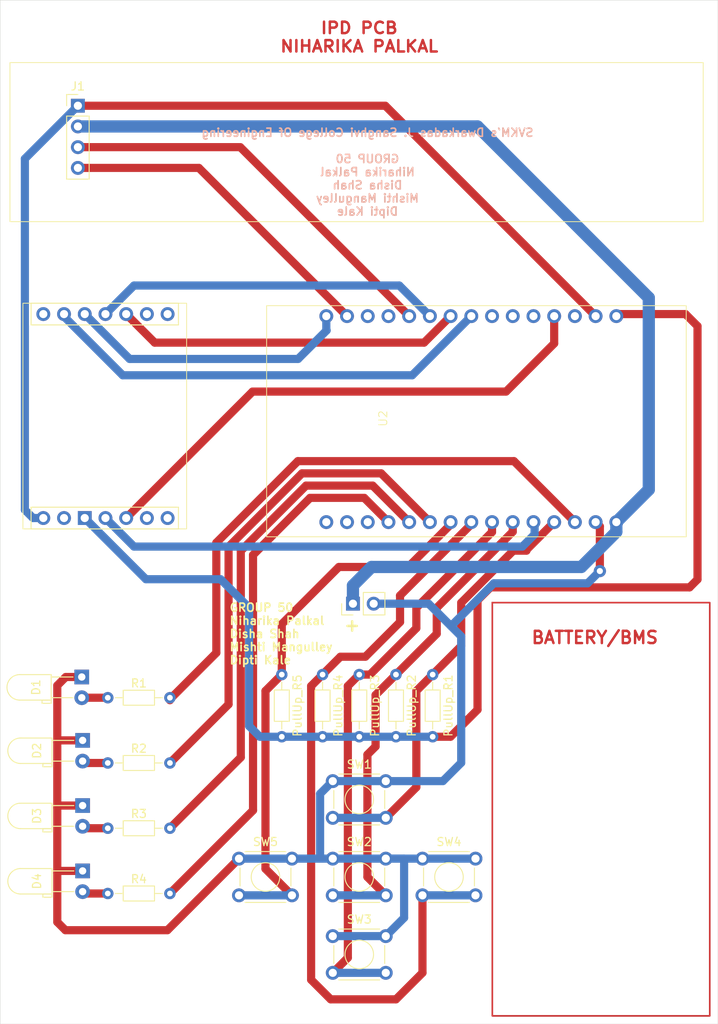
<source format=kicad_pcb>
(kicad_pcb (version 20241229) (generator "pcbnew") (generator_version "9.0")
  (title_block (title "IPD PCB") (date "2025-11-10"))
  (layers (0 "F.Cu" signal) (2 "B.Cu" signal) (13 "F.Paste" user) (15 "B.Paste" user) (5 "F.SilkS" user "F.Silkscreen") (7 "B.SilkS" user "B.Silkscreen") (1 "F.Mask" user) (3 "B.Mask" user) (25 "Edge.Cuts" user))
  (net 0 "")
  (net 3 "GND")
  (net 4 "SCL")
  (net 5 "SDA")
  (net 6 "5V")
  (net 8 "B1")
  (net 9 "B2")
  (net 12 "B3")
  (net 14 "B4")
  (net 15 "B5")
  (net 16 "MISO")
  (net 17 "NSS")
  (net 18 "RST")
  (net 19 "MOSI")
  (net 20 "3V3")
  (net 21 "DIO0")
  (net 22 "SCK")
  (net 23 "Net-(D1-A)")
  (net 27 "Net-(D2-A)")
  (net 32 "Net-(D3-A)")
  (net 33 "Net-(D4-A)")
  (net 36 "GND2")
  (net 37 "D34")
  (net 38 "D35")
  (net 39 "D32")
  (net 40 "D13")
  (footprint "LED_THT:LED_D3.0mm_Horizontal_O3.81mm_Z2.0mm" (layer "F.Cu") (at 106.105 134.22 -90)
    (property "Reference" "D3" (at 1.27 5.605 90) (layer "F.SilkS"))
    (property "Value" "LED")
    (fp_line (start 2.83 4.87) (end 2.83 3.75) (stroke (width 0.12)) (layer "F.SilkS"))
    (fp_line (start 3.23 4.87) (end 2.83 4.87) (stroke (width 0.12)) (layer "F.SilkS"))
    (fp_line (start -0.29 3.75) (end -0.29 7.61) (stroke (width 0.12)) (layer "F.SilkS"))
    (fp_line (start -0.29 3.75) (end 2.83 3.75) (stroke (width 0.12)) (layer "F.SilkS"))
    (fp_line (start 0 3.75) (end 0 1.08) (stroke (width 0.12)) (layer "F.SilkS"))
    (fp_line (start 2.54 3.75) (end 2.54 1.08) (stroke (width 0.12)) (layer "F.SilkS"))
    (fp_line (start 2.83 3.75) (end 2.83 7.61) (stroke (width 0.12)) (layer "F.SilkS"))
    (fp_line (start 2.83 3.75) (end 3.23 3.75) (stroke (width 0.12)) (layer "F.SilkS"))
    (fp_line (start 3.23 3.75) (end 3.23 4.87) (stroke (width 0.12)) (layer "F.SilkS"))
    (fp_line (start 0 1.08) (end 0 3.75) (stroke (width 0.12)) (layer "F.SilkS"))
    (fp_line (start 2.54 1.08) (end 2.54 3.75) (stroke (width 0.12)) (layer "F.SilkS"))
    (fp_arc (start 2.83 7.61) (mid 1.27 9.17) (end -0.29 7.61) (stroke (width 0.12)) (layer "F.SilkS"))
    (pad "1" thru_hole rect (at 0 0 270) (size 1.8 1.8) (drill 0.9) (layers "*.Cu" "*.Mask") (net 3 "GND"))
    (pad "2" thru_hole circle (at 2.54 0 270) (size 1.8 1.8) (drill 0.9) (layers "*.Cu" "*.Mask") (net 32 "Net-(D3-A)"))
  )
  (footprint "Button_Switch_THT:SW_TH_Tactile_Omron_B3F-100x" (layer "F.Cu") (at 136.7755 150.2245)
    (property "Reference" "SW3" (at 3.25 -2.05 0) (layer "F.SilkS"))
    (property "Value" "SW_SPST" (hide yes))
    (fp_line (start 0.13 3.35) (end 0.13 1.15) (stroke (width 0.12)) (layer "F.SilkS"))
    (fp_line (start 0.75 -0.87) (end 5.75 -0.87) (stroke (width 0.12)) (layer "F.SilkS"))
    (fp_line (start 0.75 5.37) (end 5.75 5.37) (stroke (width 0.12)) (layer "F.SilkS"))
    (fp_line (start 6.37 1.15) (end 6.37 3.35) (stroke (width 0.12)) (layer "F.SilkS"))
    (fp_circle (center 3.25 2.25) (end 5 2.25) (stroke (width 0.12)) (fill no) (layer "F.SilkS"))
    (pad "1" thru_hole circle (at 0 0) (size 1.7 1.7) (drill 1) (layers "*.Cu" "*.Mask") (net 3 "GND"))
    (pad "1" thru_hole circle (at 6.5 0) (size 1.7 1.7) (drill 1) (layers "*.Cu" "*.Mask") (net 3 "GND"))
    (pad "2" thru_hole circle (at 0 4.5) (size 1.7 1.7) (drill 1) (layers "*.Cu" "*.Mask") (net 12 "B3"))
    (pad "2" thru_hole circle (at 6.5 4.5) (size 1.7 1.7) (drill 1) (layers "*.Cu" "*.Mask") (net 12 "B3"))
  )
  (footprint "Resistor_THT:R_Axial_DIN0204_L3.6mm_D1.6mm_P7.62mm_Horizontal" (layer "F.Cu") (at 140.0255 118.1645 -90)
    (property "Reference" "PullUp_R3" (at 3.81 -1.92 90) (layer "F.SilkS"))
    (property "Value" "100K" (hide yes))
    (fp_line (start 0.94 0) (end 1.89 0) (stroke (width 0.12)) (layer "F.SilkS"))
    (fp_line (start 6.68 0) (end 5.73 0) (stroke (width 0.12)) (layer "F.SilkS"))
    (fp_rect (start 1.89 -0.92) (end 5.73 0.92) (stroke (width 0.12)) (fill no) (layer "F.SilkS"))
    (pad "1" thru_hole circle (at 0 0 270) (size 1.4 1.4) (drill 0.7) (layers "*.Cu" "*.Mask") (net 12 "B3"))
    (pad "2" thru_hole circle (at 7.62 0 270) (size 1.4 1.4) (drill 0.7) (layers "*.Cu" "*.Mask") (net 20 "3V3"))
  )
  (footprint "Resistor_THT:R_Axial_DIN0204_L3.6mm_D1.6mm_P7.62mm_Horizontal" (layer "F.Cu") (at 135.5255 118.1645 -90)
    (property "Reference" "PullUp_R4" (at 3.81 -1.92 90) (layer "F.SilkS"))
    (property "Value" "100K" (hide yes))
    (fp_line (start 0.94 0) (end 1.89 0) (stroke (width 0.12)) (layer "F.SilkS"))
    (fp_line (start 6.68 0) (end 5.73 0) (stroke (width 0.12)) (layer "F.SilkS"))
    (fp_rect (start 1.89 -0.92) (end 5.73 0.92) (stroke (width 0.12)) (fill no) (layer "F.SilkS"))
    (pad "1" thru_hole circle (at 0 0 270) (size 1.4 1.4) (drill 0.7) (layers "*.Cu" "*.Mask") (net 14 "B4"))
    (pad "2" thru_hole circle (at 7.62 0 270) (size 1.4 1.4) (drill 0.7) (layers "*.Cu" "*.Mask") (net 20 "3V3"))
  )
  (footprint "Resistor_THT:R_Axial_DIN0204_L3.6mm_D1.6mm_P7.62mm_Horizontal" (layer "F.Cu") (at 109.19 137)
    (property "Reference" "R3" (at 3.81 -1.77 0) (layer "F.SilkS"))
    (property "Value" "220")
    (fp_line (start 0.94 0) (end 1.89 0) (stroke (width 0.12)) (layer "F.SilkS"))
    (fp_line (start 6.68 0) (end 5.73 0) (stroke (width 0.12)) (layer "F.SilkS"))
    (fp_rect (start 1.89 -0.92) (end 5.73 0.92) (stroke (width 0.12)) (fill no) (layer "F.SilkS"))
    (pad "1" thru_hole circle (at 0 0) (size 1.4 1.4) (drill 0.7) (layers "*.Cu" "*.Mask") (net 32 "Net-(D3-A)"))
    (pad "2" thru_hole circle (at 7.62 0) (size 1.4 1.4) (drill 0.7) (layers "*.Cu" "*.Mask") (net 38 "D35"))
  )
  (footprint "Button_Switch_THT:SW_TH_Tactile_Omron_B3F-100x" (layer "F.Cu") (at 136.7755 140.7245)
    (property "Reference" "SW2" (at 3.25 -2.05 0) (layer "F.SilkS"))
    (property "Value" "SW_SPST" (hide yes))
    (fp_line (start 0.13 3.35) (end 0.13 1.15) (stroke (width 0.12)) (layer "F.SilkS"))
    (fp_line (start 0.75 -0.87) (end 5.75 -0.87) (stroke (width 0.12)) (layer "F.SilkS"))
    (fp_line (start 0.75 5.37) (end 5.75 5.37) (stroke (width 0.12)) (layer "F.SilkS"))
    (fp_line (start 6.37 1.15) (end 6.37 3.35) (stroke (width 0.12)) (layer "F.SilkS"))
    (fp_circle (center 3.25 2.25) (end 5 2.25) (stroke (width 0.12)) (fill no) (layer "F.SilkS"))
    (pad "1" thru_hole circle (at 0 0) (size 1.7 1.7) (drill 1) (layers "*.Cu" "*.Mask") (net 3 "GND"))
    (pad "1" thru_hole circle (at 6.5 0) (size 1.7 1.7) (drill 1) (layers "*.Cu" "*.Mask") (net 3 "GND"))
    (pad "2" thru_hole circle (at 0 4.5) (size 1.7 1.7) (drill 1) (layers "*.Cu" "*.Mask") (net 9 "B2"))
    (pad "2" thru_hole circle (at 6.5 4.5) (size 1.7 1.7) (drill 1) (layers "*.Cu" "*.Mask") (net 9 "B2"))
  )
  (footprint "esp32devkitv1:ESP32DEVIKITV1" (layer "F.Cu") (at 135.9855 99.4745)
    (property "Reference" "U2" (at 6.96 -12.7 90) (layer "F.SilkS") (effects (font (thickness 0.1))))
    (property "Value" "~")
    (fp_rect (start -7.32 -26.53) (end 44.13 1.8) (stroke (width 0.1)) (fill no) (layer "F.SilkS"))
    (pad "1" thru_hole circle (at 0 0) (size 1.7 1.7) (drill 1) (layers "*.Cu" "*.Mask"))
    (pad "2" thru_hole circle (at 2.54 0) (size 1.7 1.7) (drill 1) (layers "*.Cu" "*.Mask"))
    (pad "3" thru_hole circle (at 5.08 0) (size 1.7 1.7) (drill 1) (layers "*.Cu" "*.Mask"))
    (pad "4" thru_hole circle (at 7.62 0) (size 1.7 1.7) (drill 1) (layers "*.Cu" "*.Mask") (net 37 "D34"))
    (pad "5" thru_hole circle (at 10.16 0) (size 1.7 1.7) (drill 1) (layers "*.Cu" "*.Mask") (net 38 "D35"))
    (pad "6" thru_hole circle (at 12.7 0) (size 1.7 1.7) (drill 1) (layers "*.Cu" "*.Mask") (net 39 "D32"))
    (pad "7" thru_hole circle (at 15.24 0) (size 1.7 1.7) (drill 1) (layers "*.Cu" "*.Mask") (net 15 "B5"))
    (pad "8" thru_hole circle (at 17.78 0) (size 1.7 1.7) (drill 1) (layers "*.Cu" "*.Mask") (net 14 "B4"))
    (pad "9" thru_hole circle (at 20.32 0) (size 1.7 1.7) (drill 1) (layers "*.Cu" "*.Mask") (net 12 "B3"))
    (pad "10" thru_hole circle (at 22.86 0) (size 1.7 1.7) (drill 1) (layers "*.Cu" "*.Mask") (net 9 "B2"))
    (pad "11" thru_hole circle (at 25.4 0) (size 1.7 1.7) (drill 1) (layers "*.Cu" "*.Mask") (net 18 "RST"))
    (pad "12" thru_hole circle (at 27.94 0) (size 1.7 1.7) (drill 1) (layers "*.Cu" "*.Mask") (net 8 "B1"))
    (pad "13" thru_hole circle (at 30.48 0) (size 1.7 1.7) (drill 1) (layers "*.Cu" "*.Mask") (net 40 "D13"))
    (pad "14" thru_hole circle (at 33.02 0) (size 1.7 1.7) (drill 1) (layers "*.Cu" "*.Mask") (net 3 "GND"))
    (pad "15" thru_hole circle (at 35.56 0) (size 1.7 1.7) (drill 1) (layers "*.Cu" "*.Mask") (net 6 "5V"))
    (pad "16" thru_hole circle (at 35.56 -25.25) (size 1.7 1.7) (drill 1) (layers "*.Cu" "*.Mask") (net 20 "3V3"))
    (pad "17" thru_hole circle (at 33.02 -25.25) (size 1.7 1.7) (drill 1) (layers "*.Cu" "*.Mask") (net 36 "GND2"))
    (pad "18" thru_hole circle (at 30.48 -25.25) (size 1.7 1.7) (drill 1) (layers "*.Cu" "*.Mask"))
    (pad "19" thru_hole circle (at 27.94 -25.25) (size 1.7 1.7) (drill 1) (layers "*.Cu" "*.Mask") (net 21 "DIO0"))
    (pad "20" thru_hole circle (at 25.4 -25.25) (size 1.7 1.7) (drill 1) (layers "*.Cu" "*.Mask"))
    (pad "21" thru_hole circle (at 22.86 -25.25) (size 1.7 1.7) (drill 1) (layers "*.Cu" "*.Mask"))
    (pad "22" thru_hole circle (at 20.32 -25.25) (size 1.7 1.7) (drill 1) (layers "*.Cu" "*.Mask"))
    (pad "23" thru_hole circle (at 17.78 -25.25) (size 1.7 1.7) (drill 1) (layers "*.Cu" "*.Mask") (net 17 "NSS"))
    (pad "24" thru_hole circle (at 15.24 -25.25) (size 1.7 1.7) (drill 1) (layers "*.Cu" "*.Mask") (net 22 "SCK"))
    (pad "25" thru_hole circle (at 12.7 -25.25) (size 1.7 1.7) (drill 1) (layers "*.Cu" "*.Mask") (net 16 "MISO"))
    (pad "26" thru_hole circle (at 10.16 -25.25) (size 1.7 1.7) (drill 1) (layers "*.Cu" "*.Mask") (net 5 "SDA"))
    (pad "27" thru_hole circle (at 7.62 -25.25) (size 1.7 1.7) (drill 1) (layers "*.Cu" "*.Mask"))
    (pad "28" thru_hole circle (at 5.08 -25.25) (size 1.7 1.7) (drill 1) (layers "*.Cu" "*.Mask"))
    (pad "29" thru_hole circle (at 2.54 -25.25) (size 1.7 1.7) (drill 1) (layers "*.Cu" "*.Mask") (net 4 "SCL"))
    (pad "30" thru_hole circle (at 0 -25.25) (size 1.7 1.7) (drill 1) (layers "*.Cu" "*.Mask") (net 19 "MOSI"))
  )
  (footprint "Resistor_THT:R_Axial_DIN0204_L3.6mm_D1.6mm_P7.62mm_Horizontal" (layer "F.Cu") (at 109.19 121)
    (property "Reference" "R1" (at 3.81 -1.77 0) (layer "F.SilkS"))
    (property "Value" "220")
    (fp_line (start 0.94 0) (end 1.89 0) (stroke (width 0.12)) (layer "F.SilkS"))
    (fp_line (start 6.68 0) (end 5.73 0) (stroke (width 0.12)) (layer "F.SilkS"))
    (fp_rect (start 1.89 -0.92) (end 5.73 0.92) (stroke (width 0.12)) (fill no) (layer "F.SilkS"))
    (pad "1" thru_hole circle (at 0 0) (size 1.4 1.4) (drill 0.7) (layers "*.Cu" "*.Mask") (net 23 "Net-(D1-A)"))
    (pad "2" thru_hole circle (at 7.62 0) (size 1.4 1.4) (drill 0.7) (layers "*.Cu" "*.Mask") (net 40 "D13"))
  )
  (footprint "LED_THT:LED_D3.0mm_Horizontal_O3.81mm_Z2.0mm" (layer "F.Cu") (at 106.105 142.23 -90)
    (property "Reference" "D4" (at 1.27 5.605 90) (layer "F.SilkS"))
    (property "Value" "LED")
    (fp_line (start 2.83 4.87) (end 2.83 3.75) (stroke (width 0.12)) (layer "F.SilkS"))
    (fp_line (start 3.23 4.87) (end 2.83 4.87) (stroke (width 0.12)) (layer "F.SilkS"))
    (fp_line (start -0.29 3.75) (end -0.29 7.61) (stroke (width 0.12)) (layer "F.SilkS"))
    (fp_line (start -0.29 3.75) (end 2.83 3.75) (stroke (width 0.12)) (layer "F.SilkS"))
    (fp_line (start 0 3.75) (end 0 1.08) (stroke (width 0.12)) (layer "F.SilkS"))
    (fp_line (start 2.54 3.75) (end 2.54 1.08) (stroke (width 0.12)) (layer "F.SilkS"))
    (fp_line (start 2.83 3.75) (end 2.83 7.61) (stroke (width 0.12)) (layer "F.SilkS"))
    (fp_line (start 2.83 3.75) (end 3.23 3.75) (stroke (width 0.12)) (layer "F.SilkS"))
    (fp_line (start 3.23 3.75) (end 3.23 4.87) (stroke (width 0.12)) (layer "F.SilkS"))
    (fp_line (start 0 1.08) (end 0 3.75) (stroke (width 0.12)) (layer "F.SilkS"))
    (fp_line (start 2.54 1.08) (end 2.54 3.75) (stroke (width 0.12)) (layer "F.SilkS"))
    (fp_arc (start 2.83 7.61) (mid 1.27 9.17) (end -0.29 7.61) (stroke (width 0.12)) (layer "F.SilkS"))
    (pad "1" thru_hole rect (at 0 0 270) (size 1.8 1.8) (drill 0.9) (layers "*.Cu" "*.Mask") (net 3 "GND"))
    (pad "2" thru_hole circle (at 2.54 0 270) (size 1.8 1.8) (drill 0.9) (layers "*.Cu" "*.Mask") (net 33 "Net-(D4-A)"))
  )
  (footprint "LED_THT:LED_D3.0mm_Horizontal_O3.81mm_Z2.0mm" (layer "F.Cu") (at 106.105 126.23 -90)
    (property "Reference" "D2" (at 1.27 5.605 90) (layer "F.SilkS"))
    (property "Value" "LED")
    (fp_line (start 2.83 4.87) (end 2.83 3.75) (stroke (width 0.12)) (layer "F.SilkS"))
    (fp_line (start 3.23 4.87) (end 2.83 4.87) (stroke (width 0.12)) (layer "F.SilkS"))
    (fp_line (start -0.29 3.75) (end -0.29 7.61) (stroke (width 0.12)) (layer "F.SilkS"))
    (fp_line (start -0.29 3.75) (end 2.83 3.75) (stroke (width 0.12)) (layer "F.SilkS"))
    (fp_line (start 0 3.75) (end 0 1.08) (stroke (width 0.12)) (layer "F.SilkS"))
    (fp_line (start 2.54 3.75) (end 2.54 1.08) (stroke (width 0.12)) (layer "F.SilkS"))
    (fp_line (start 2.83 3.75) (end 2.83 7.61) (stroke (width 0.12)) (layer "F.SilkS"))
    (fp_line (start 2.83 3.75) (end 3.23 3.75) (stroke (width 0.12)) (layer "F.SilkS"))
    (fp_line (start 3.23 3.75) (end 3.23 4.87) (stroke (width 0.12)) (layer "F.SilkS"))
    (fp_line (start 0 1.08) (end 0 3.75) (stroke (width 0.12)) (layer "F.SilkS"))
    (fp_line (start 2.54 1.08) (end 2.54 3.75) (stroke (width 0.12)) (layer "F.SilkS"))
    (fp_arc (start 2.83 7.61) (mid 1.27 9.17) (end -0.29 7.61) (stroke (width 0.12)) (layer "F.SilkS"))
    (pad "1" thru_hole rect (at 0 0 270) (size 1.8 1.8) (drill 0.9) (layers "*.Cu" "*.Mask") (net 3 "GND"))
    (pad "2" thru_hole circle (at 2.54 0 270) (size 1.8 1.8) (drill 0.9) (layers "*.Cu" "*.Mask") (net 27 "Net-(D2-A)"))
  )
  (footprint "Resistor_THT:R_Axial_DIN0204_L3.6mm_D1.6mm_P7.62mm_Horizontal" (layer "F.Cu") (at 144.5255 118.1645 -90)
    (property "Reference" "PullUp_R2" (at 3.81 -1.92 90) (layer "F.SilkS"))
    (property "Value" "100K" (hide yes))
    (fp_line (start 0.94 0) (end 1.89 0) (stroke (width 0.12)) (layer "F.SilkS"))
    (fp_line (start 6.68 0) (end 5.73 0) (stroke (width 0.12)) (layer "F.SilkS"))
    (fp_rect (start 1.89 -0.92) (end 5.73 0.92) (stroke (width 0.12)) (fill no) (layer "F.SilkS"))
    (pad "1" thru_hole circle (at 0 0 270) (size 1.4 1.4) (drill 0.7) (layers "*.Cu" "*.Mask") (net 9 "B2"))
    (pad "2" thru_hole circle (at 7.62 0 270) (size 1.4 1.4) (drill 0.7) (layers "*.Cu" "*.Mask") (net 20 "3V3"))
  )
  (footprint "Resistor_THT:R_Axial_DIN0204_L3.6mm_D1.6mm_P7.62mm_Horizontal" (layer "F.Cu") (at 109.19 129)
    (property "Reference" "R2" (at 3.81 -1.77 0) (layer "F.SilkS"))
    (property "Value" "220")
    (fp_line (start 0.94 0) (end 1.89 0) (stroke (width 0.12)) (layer "F.SilkS"))
    (fp_line (start 6.68 0) (end 5.73 0) (stroke (width 0.12)) (layer "F.SilkS"))
    (fp_rect (start 1.89 -0.92) (end 5.73 0.92) (stroke (width 0.12)) (fill no) (layer "F.SilkS"))
    (pad "1" thru_hole circle (at 0 0) (size 1.4 1.4) (drill 0.7) (layers "*.Cu" "*.Mask") (net 27 "Net-(D2-A)"))
    (pad "2" thru_hole circle (at 7.62 0) (size 1.4 1.4) (drill 0.7) (layers "*.Cu" "*.Mask") (net 39 "D32"))
  )
  (footprint "Connector_PinHeader_2.54mm:PinHeader_1x04_P2.54mm_Vertical" (layer "F.Cu") (at 105.5255 48.4345)
    (property "Reference" "J1" (at 0 -2.38 0) (layer "F.SilkS"))
    (property "Value" "I2C MODULE")
    (fp_line (start -1.38 -1.38) (end 0 -1.38) (stroke (width 0.12)) (layer "F.SilkS"))
    (fp_line (start -1.38 0) (end -1.38 -1.38) (stroke (width 0.12)) (layer "F.SilkS"))
    (fp_line (start -1.38 1.27) (end -1.38 9) (stroke (width 0.12)) (layer "F.SilkS"))
    (fp_line (start -1.38 1.27) (end 1.38 1.27) (stroke (width 0.12)) (layer "F.SilkS"))
    (fp_line (start -1.38 9) (end 1.38 9) (stroke (width 0.12)) (layer "F.SilkS"))
    (fp_line (start 1.38 1.27) (end 1.38 9) (stroke (width 0.12)) (layer "F.SilkS"))
    (pad "1" thru_hole rect (at 0 0) (size 1.7 1.7) (drill 1) (layers "*.Cu" "*.Mask") (net 36 "GND2"))
    (pad "2" thru_hole circle (at 0 2.54) (size 1.7 1.7) (drill 1) (layers "*.Cu" "*.Mask") (net 6 "5V"))
    (pad "3" thru_hole circle (at 0 5.08) (size 1.7 1.7) (drill 1) (layers "*.Cu" "*.Mask") (net 5 "SDA"))
    (pad "4" thru_hole circle (at 0 7.62) (size 1.7 1.7) (drill 1) (layers "*.Cu" "*.Mask") (net 4 "SCL"))
  )
  (footprint "Resistor_THT:R_Axial_DIN0204_L3.6mm_D1.6mm_P7.62mm_Horizontal" (layer "F.Cu") (at 109.19 145)
    (property "Reference" "R4" (at 3.81 -1.77 0) (layer "F.SilkS"))
    (property "Value" "220")
    (fp_line (start 0.94 0) (end 1.89 0) (stroke (width 0.12)) (layer "F.SilkS"))
    (fp_line (start 6.68 0) (end 5.73 0) (stroke (width 0.12)) (layer "F.SilkS"))
    (fp_rect (start 1.89 -0.92) (end 5.73 0.92) (stroke (width 0.12)) (fill no) (layer "F.SilkS"))
    (pad "1" thru_hole circle (at 0 0) (size 1.4 1.4) (drill 0.7) (layers "*.Cu" "*.Mask") (net 33 "Net-(D4-A)"))
    (pad "2" thru_hole circle (at 7.62 0) (size 1.4 1.4) (drill 0.7) (layers "*.Cu" "*.Mask") (net 37 "D34"))
  )
  (footprint "Resistor_THT:R_Axial_DIN0204_L3.6mm_D1.6mm_P7.62mm_Horizontal" (layer "F.Cu") (at 149.0255 118.1645 -90)
    (property "Reference" "PullUp_R1" (at 3.81 -1.92 90) (layer "F.SilkS"))
    (property "Value" "100K" (hide yes))
    (fp_line (start 0.94 0) (end 1.89 0) (stroke (width 0.12)) (layer "F.SilkS"))
    (fp_line (start 6.68 0) (end 5.73 0) (stroke (width 0.12)) (layer "F.SilkS"))
    (fp_rect (start 1.89 -0.92) (end 5.73 0.92) (stroke (width 0.12)) (fill no) (layer "F.SilkS"))
    (pad "1" thru_hole circle (at 0 0 270) (size 1.4 1.4) (drill 0.7) (layers "*.Cu" "*.Mask") (net 8 "B1"))
    (pad "2" thru_hole circle (at 7.62 0 270) (size 1.4 1.4) (drill 0.7) (layers "*.Cu" "*.Mask") (net 20 "3V3"))
  )
  (footprint "Button_Switch_THT:SW_TH_Tactile_Omron_B3F-100x" (layer "F.Cu") (at 125.2755 140.7245)
    (property "Reference" "SW5" (at 3.25 -2.05 0) (layer "F.SilkS"))
    (property "Value" "SW_SPST" (hide yes))
    (fp_line (start 0.13 3.35) (end 0.13 1.15) (stroke (width 0.12)) (layer "F.SilkS"))
    (fp_line (start 0.75 -0.87) (end 5.75 -0.87) (stroke (width 0.12)) (layer "F.SilkS"))
    (fp_line (start 0.75 5.37) (end 5.75 5.37) (stroke (width 0.12)) (layer "F.SilkS"))
    (fp_line (start 6.37 1.15) (end 6.37 3.35) (stroke (width 0.12)) (layer "F.SilkS"))
    (fp_circle (center 3.25 2.25) (end 5 2.25) (stroke (width 0.12)) (fill no) (layer "F.SilkS"))
    (pad "1" thru_hole circle (at 0 0) (size 1.7 1.7) (drill 1) (layers "*.Cu" "*.Mask") (net 3 "GND"))
    (pad "1" thru_hole circle (at 6.5 0) (size 1.7 1.7) (drill 1) (layers "*.Cu" "*.Mask") (net 3 "GND"))
    (pad "2" thru_hole circle (at 0 4.5) (size 1.7 1.7) (drill 1) (layers "*.Cu" "*.Mask") (net 15 "B5"))
    (pad "2" thru_hole circle (at 6.5 4.5) (size 1.7 1.7) (drill 1) (layers "*.Cu" "*.Mask") (net 15 "B5"))
  )
  (footprint "Resistor_THT:R_Axial_DIN0204_L3.6mm_D1.6mm_P7.62mm_Horizontal" (layer "F.Cu") (at 130.5255 118.1645 -90)
    (property "Reference" "PullUp_R5" (at 3.81 -1.92 90) (layer "F.SilkS"))
    (property "Value" "100K" (hide yes))
    (fp_line (start 0.94 0) (end 1.89 0) (stroke (width 0.12)) (layer "F.SilkS"))
    (fp_line (start 6.68 0) (end 5.73 0) (stroke (width 0.12)) (layer "F.SilkS"))
    (fp_rect (start 1.89 -0.92) (end 5.73 0.92) (stroke (width 0.12)) (fill no) (layer "F.SilkS"))
    (pad "1" thru_hole circle (at 0 0 270) (size 1.4 1.4) (drill 0.7) (layers "*.Cu" "*.Mask") (net 15 "B5"))
    (pad "2" thru_hole circle (at 7.62 0 270) (size 1.4 1.4) (drill 0.7) (layers "*.Cu" "*.Mask") (net 20 "3V3"))
  )
  (footprint "Button_Switch_THT:SW_TH_Tactile_Omron_B3F-100x" (layer "F.Cu") (at 136.7755 131.2245)
    (property "Reference" "SW1" (at 3.25 -2.05 0) (layer "F.SilkS"))
    (property "Value" "SW_SPST" (hide yes))
    (fp_line (start 0.13 3.35) (end 0.13 1.15) (stroke (width 0.12)) (layer "F.SilkS"))
    (fp_line (start 0.75 -0.87) (end 5.75 -0.87) (stroke (width 0.12)) (layer "F.SilkS"))
    (fp_line (start 0.75 5.37) (end 5.75 5.37) (stroke (width 0.12)) (layer "F.SilkS"))
    (fp_line (start 6.37 1.15) (end 6.37 3.35) (stroke (width 0.12)) (layer "F.SilkS"))
    (fp_circle (center 3.25 2.25) (end 5 2.25) (stroke (width 0.12)) (fill no) (layer "F.SilkS"))
    (pad "1" thru_hole circle (at 0 0) (size 1.7 1.7) (drill 1) (layers "*.Cu" "*.Mask") (net 3 "GND"))
    (pad "1" thru_hole circle (at 6.5 0) (size 1.7 1.7) (drill 1) (layers "*.Cu" "*.Mask") (net 3 "GND"))
    (pad "2" thru_hole circle (at 0 4.5) (size 1.7 1.7) (drill 1) (layers "*.Cu" "*.Mask") (net 8 "B1"))
    (pad "2" thru_hole circle (at 6.5 4.5) (size 1.7 1.7) (drill 1) (layers "*.Cu" "*.Mask") (net 8 "B1"))
  )
  (footprint "LoRa_SX1278_:LoRa_SX1278" (layer "F.Cu") (at 109.3555 86.4745 90)
    (property "Reference" "U1" (hide yes))
    (property "Value" "LoRa SX1278")
    (fp_line (start 13.83 -9.57) (end 13.83 8.5) (stroke (width 0.12)) (layer "F.SilkS"))
    (fp_line (start 11.17 -9.57) (end 13.83 -9.57) (stroke (width 0.12)) (layer "F.SilkS"))
    (fp_line (start 11.17 -9.57) (end 11.17 8.5) (stroke (width 0.12)) (layer "F.SilkS"))
    (fp_line (start -11.17 -9.57) (end -11.17 8.5) (stroke (width 0.12)) (layer "F.SilkS"))
    (fp_line (start -13.83 -9.57) (end -11.17 -9.57) (stroke (width 0.12)) (layer "F.SilkS"))
    (fp_line (start -13.83 -9.57) (end -13.83 8.5) (stroke (width 0.12)) (layer "F.SilkS"))
    (fp_line (start 11.17 8.5) (end 13.83 8.5) (stroke (width 0.12)) (layer "F.SilkS"))
    (fp_line (start -13.83 8.5) (end -11.17 8.5) (stroke (width 0.12)) (layer "F.SilkS"))
    (fp_rect (start -13.83 -10.57) (end 13.83 9.5) (stroke (width 0.1)) (fill no) (layer "F.SilkS"))
    (pad "1" thru_hole circle (at -12.5 -8.07 90) (size 1.7 1.7) (drill 1) (layers "*.Cu" "*.Mask") (net 36 "GND2"))
    (pad "2" thru_hole circle (at -12.5 -5.53 90) (size 1.7 1.7) (drill 1) (layers "*.Cu" "*.Mask"))
    (pad "3" thru_hole rect (at -12.5 -2.99 90) (size 1.7 1.7) (drill 1) (layers "*.Cu" "*.Mask") (net 20 "3V3"))
    (pad "4" thru_hole circle (at -12.5 -0.45 90) (size 1.7 1.7) (drill 1) (layers "*.Cu" "*.Mask") (net 18 "RST"))
    (pad "5" thru_hole circle (at -12.5 2.09 90) (size 1.7 1.7) (drill 1) (layers "*.Cu" "*.Mask") (net 21 "DIO0"))
    (pad "6" thru_hole circle (at -12.5 4.63 90) (size 1.7 1.7) (drill 1) (layers "*.Cu" "*.Mask"))
    (pad "7" thru_hole circle (at -12.5 7.17 90) (size 1.7 1.7) (drill 1) (layers "*.Cu" "*.Mask"))
    (pad "8" thru_hole circle (at 12.5 -8.07 90) (size 1.7 1.7) (drill 1) (layers "*.Cu" "*.Mask"))
    (pad "9" thru_hole circle (at 12.5 -5.53 90) (size 1.7 1.7) (drill 1) (layers "*.Cu" "*.Mask") (net 17 "NSS"))
    (pad "10" thru_hole circle (at 12.5 -2.99 90) (size 1.7 1.7) (drill 1) (layers "*.Cu" "*.Mask") (net 19 "MOSI"))
    (pad "11" thru_hole circle (at 12.5 -0.45 90) (size 1.7 1.7) (drill 1) (layers "*.Cu" "*.Mask") (net 16 "MISO"))
    (pad "12" thru_hole circle (at 12.5 2.09 90) (size 1.7 1.7) (drill 1) (layers "*.Cu" "*.Mask" "Dwgs.User") (net 22 "SCK"))
    (pad "13" thru_hole circle (at 12.5 4.63 90) (size 1.7 1.7) (drill 1) (layers "*.Cu" "*.Mask"))
    (pad "14" thru_hole circle (at 12.5 7.17 90) (size 1.7 1.7) (drill 1) (layers "*.Cu" "*.Mask"))
  )
  (footprint "LED_THT:LED_D3.0mm_Horizontal_O3.81mm_Z2.0mm" (layer "F.Cu") (at 106 118.46 -90)
    (property "Reference" "D1" (at 1.27 5.605 90) (layer "F.SilkS"))
    (property "Value" "LED")
    (fp_line (start 2.83 4.87) (end 2.83 3.75) (stroke (width 0.12)) (layer "F.SilkS"))
    (fp_line (start 3.23 4.87) (end 2.83 4.87) (stroke (width 0.12)) (layer "F.SilkS"))
    (fp_line (start -0.29 3.75) (end -0.29 7.61) (stroke (width 0.12)) (layer "F.SilkS"))
    (fp_line (start -0.29 3.75) (end 2.83 3.75) (stroke (width 0.12)) (layer "F.SilkS"))
    (fp_line (start 0 3.75) (end 0 1.08) (stroke (width 0.12)) (layer "F.SilkS"))
    (fp_line (start 2.54 3.75) (end 2.54 1.08) (stroke (width 0.12)) (layer "F.SilkS"))
    (fp_line (start 2.83 3.75) (end 2.83 7.61) (stroke (width 0.12)) (layer "F.SilkS"))
    (fp_line (start 2.83 3.75) (end 3.23 3.75) (stroke (width 0.12)) (layer "F.SilkS"))
    (fp_line (start 3.23 3.75) (end 3.23 4.87) (stroke (width 0.12)) (layer "F.SilkS"))
    (fp_line (start 0 1.08) (end 0 3.75) (stroke (width 0.12)) (layer "F.SilkS"))
    (fp_line (start 2.54 1.08) (end 2.54 3.75) (stroke (width 0.12)) (layer "F.SilkS"))
    (fp_arc (start 2.83 7.61) (mid 1.27 9.17) (end -0.29 7.61) (stroke (width 0.12)) (layer "F.SilkS"))
    (pad "1" thru_hole rect (at 0 0 270) (size 1.8 1.8) (drill 0.9) (layers "*.Cu" "*.Mask") (net 3 "GND"))
    (pad "2" thru_hole circle (at 2.54 0 270) (size 1.8 1.8) (drill 0.9) (layers "*.Cu" "*.Mask") (net 23 "Net-(D1-A)"))
  )
  (footprint "Connector_PinHeader_2.54mm:PinHeader_1x02_P2.54mm_Vertical" (layer "F.Cu") (at 139.2505 109.4745 90)
    (property "Reference" "BT1" (hide yes))
    (property "Value" "Battery" (hide yes))
    (fp_line (start -1.38 -1.38) (end 0 -1.38) (stroke (width 0.12)) (layer "F.SilkS"))
    (fp_line (start -1.38 0) (end -1.38 -1.38) (stroke (width 0.12)) (layer "F.SilkS"))
    (fp_line (start 1.38 1.27) (end 1.38 3.92) (stroke (width 0.12)) (layer "F.SilkS"))
    (fp_line (start -1.38 1.27) (end 1.38 1.27) (stroke (width 0.12)) (layer "F.SilkS"))
    (fp_line (start -1.38 1.27) (end -1.38 3.92) (stroke (width 0.12)) (layer "F.SilkS"))
    (fp_line (start -1.38 3.92) (end 1.38 3.92) (stroke (width 0.12)) (layer "F.SilkS"))
    (pad "1" thru_hole rect (at 0 0 90) (size 1.7 1.7) (drill 1) (layers "*.Cu" "*.Mask") (net 6 "5V"))
    (pad "2" thru_hole circle (at 0 2.54 90) (size 1.7 1.7) (drill 1) (layers "*.Cu" "*.Mask") (net 3 "GND"))
  )
  (footprint "Button_Switch_THT:SW_TH_Tactile_Omron_B3F-100x" (layer "F.Cu") (at 147.7755 140.7245)
    (property "Reference" "SW4" (at 3.25 -2.05 0) (layer "F.SilkS"))
    (property "Value" "SW_SPST" (hide yes))
    (fp_line (start 0.13 3.35) (end 0.13 1.15) (stroke (width 0.12)) (layer "F.SilkS"))
    (fp_line (start 0.75 -0.87) (end 5.75 -0.87) (stroke (width 0.12)) (layer "F.SilkS"))
    (fp_line (start 0.75 5.37) (end 5.75 5.37) (stroke (width 0.12)) (layer "F.SilkS"))
    (fp_line (start 6.37 1.15) (end 6.37 3.35) (stroke (width 0.12)) (layer "F.SilkS"))
    (fp_circle (center 3.25 2.25) (end 5 2.25) (stroke (width 0.12)) (fill no) (layer "F.SilkS"))
    (pad "1" thru_hole circle (at 0 0) (size 1.7 1.7) (drill 1) (layers "*.Cu" "*.Mask") (net 3 "GND"))
    (pad "1" thru_hole circle (at 6.5 0) (size 1.7 1.7) (drill 1) (layers "*.Cu" "*.Mask") (net 3 "GND"))
    (pad "2" thru_hole circle (at 0 4.5) (size 1.7 1.7) (drill 1) (layers "*.Cu" "*.Mask") (net 14 "B4"))
    (pad "2" thru_hole circle (at 6.5 4.5) (size 1.7 1.7) (drill 1) (layers "*.Cu" "*.Mask") (net 14 "B4"))
  )
  (gr_rect (start 156.341892 109.341892) (end 183 160) (stroke (width 0.2)) (fill no) (layer "F.Cu"))
  (gr_rect (start 97.1955 43.1445) (end 182.1955 62.6445) (stroke (width 0.1)) (fill no) (layer "F.SilkS"))
  (gr_rect (start 96 35.5) (end 184 161) (stroke (width 0.05)) (fill no) (layer "Edge.Cuts"))
  (gr_text "BATTERY/BMS" (at 161 114.5 0) (layer "F.Cu") (effects (font (size 1.5 1.5) (thickness 0.3) (bold yes)) (justify left bottom)))
  (gr_text "IPD PCB\nNIHARIKA PALKAL\n" (at 140.0255 41.9745 0) (layer "F.Cu") (effects (font (size 1.4 1.5) (thickness 0.3) (bold yes)) (justify bottom)))
  (gr_text "GROUP 50\nNiharika Palkal\nDisha Shah\nMishti Mangulley\nDipti Kale" (at 124.0255 116.9745 0) (layer "F.SilkS") (effects (font (size 1 1) (thickness 0.2) (bold yes)) (justify left bottom)))
  (gr_text "+" (at 138.0255 112.9745 0) (layer "F.SilkS") (effects (font (size 1.5 1.5) (thickness 0.3) (bold yes)) (justify left bottom)))
  (gr_text "SVKM's Dwarkadas J. Sanghvi College Of Engineering\n\nGROUP 50\nNiharika Palkal\nDisha Shah\nMishti Mangulley\nDipti Kale" (at 141.0255 61.9745 0) (layer "B.SilkS") (effects (font (size 1 1) (thickness 0.2) (bold yes)) (justify bottom mirror)))
  (segment (start 103 134.5) (end 103 126.5) (width 1) (layer "F.Cu") (net 3))
  (segment (start 169.0055 99.4745) (end 169.5255 99.9945) (width 1) (layer "F.Cu") (net 3))
  (segment (start 103 119.5) (end 104.04 118.46) (width 1) (layer "F.Cu") (net 3))
  (segment (start 103 142.5) (end 103 134.5) (width 1) (layer "F.Cu") (net 3))
  (segment (start 106.105 126.23) (end 103.27 126.23) (width 1) (layer "F.Cu") (net 3))
  (segment (start 104 149.5) (end 103 148.5) (width 1) (layer "F.Cu") (net 3))
  (segment (start 125.2755 140.7245) (end 116.5 149.5) (width 1) (layer "F.Cu") (net 3))
  (segment (start 103 126.5) (end 103 119.5) (width 1) (layer "F.Cu") (net 3))
  (segment (start 116.5 149.5) (end 104 149.5) (width 1) (layer "F.Cu") (net 3))
  (segment (start 103.27 142.23) (end 103 142.5) (width 1) (layer "F.Cu") (net 3))
  (segment (start 169.5255 99.9945) (end 169.5255 105.4745) (width 1) (layer "F.Cu") (net 3))
  (segment (start 169.0055 99.4745) (end 169.0255 99.4745) (width 1) (layer "F.Cu") (net 3))
  (segment (start 106.105 134.22) (end 103.28 134.22) (width 1) (layer "F.Cu") (net 3))
  (segment (start 106.105 142.23) (end 103.27 142.23) (width 1) (layer "F.Cu") (net 3))
  (segment (start 103.28 134.22) (end 103 134.5) (width 1) (layer "F.Cu") (net 3))
  (segment (start 104.04 118.46) (end 106 118.46) (width 1) (layer "F.Cu") (net 3))
  (segment (start 103.27 126.23) (end 103 126.5) (width 1) (layer "F.Cu") (net 3))
  (segment (start 103 148.5) (end 103 142.5) (width 1) (layer "F.Cu") (net 3))
  (via (at 169.5255 105.4745) (size 1.5) (drill 0.75) (layers "F.Cu" "B.Cu") (net 3))
  (segment (start 135.2245 132.7755) (end 135.2245 140.4235) (width 1) (layer "B.Cu") (net 3))
  (segment (start 168.0255 106.9745) (end 169.5255 105.4745) (width 1) (layer "B.Cu") (net 3))
  (segment (start 145.5255 147.9745) (end 145.5255 140.7245) (width 1) (layer "B.Cu") (net 3))
  (segment (start 125.2755 140.7245) (end 135.5255 140.7245) (width 1) (layer "B.Cu") (net 3))
  (segment (start 136.7755 131.2245) (end 143.2755 131.2245) (width 1) (layer "B.Cu") (net 3))
  (segment (start 141.7905 109.4745) (end 148.5255 109.4745) (width 1) (layer "B.Cu") (net 3))
  (segment (start 135.2245 140.4235) (end 135.5255 140.7245) (width 1) (layer "B.Cu") (net 3))
  (segment (start 156.5255 106.9745) (end 168.0255 106.9745) (width 1) (layer "B.Cu") (net 3))
  (segment (start 143.2755 150.2245) (end 145.5255 147.9745) (width 1) (layer "B.Cu") (net 3))
  (segment (start 151.2755 112.2245) (end 156.5255 106.9745) (width 1) (layer "B.Cu") (net 3))
  (segment (start 136.7755 131.2245) (end 135.2245 132.7755) (width 1) (layer "B.Cu") (net 3))
  (segment (start 150.2755 131.2245) (end 143.2755 131.2245) (width 1) (layer "B.Cu") (net 3))
  (segment (start 148.5255 109.4745) (end 151.2755 112.2245) (width 1) (layer "B.Cu") (net 3))
  (segment (start 152.5255 113.4745) (end 152.5255 128.9745) (width 1) (layer "B.Cu") (net 3))
  (segment (start 143.2755 140.7245) (end 154.2755 140.7245) (width 1) (layer "B.Cu") (net 3))
  (segment (start 136.7755 140.7245) (end 145.5255 140.7245) (width 1) (layer "B.Cu") (net 3))
  (segment (start 136.7755 150.2245) (end 143.2755 150.2245) (width 1) (layer "B.Cu") (net 3))
  (segment (start 135.5255 140.7245) (end 136.7755 140.7245) (width 1) (layer "B.Cu") (net 3))
  (segment (start 152.5255 128.9745) (end 150.2755 131.2245) (width 1) (layer "B.Cu") (net 3))
  (segment (start 151.2755 112.2245) (end 152.5255 113.4745) (width 1) (layer "B.Cu") (net 3))
  (segment (start 105.5255 56.0545) (end 120.3555 56.0545) (width 1) (layer "F.Cu") (net 4))
  (segment (start 120.3555 56.0545) (end 138.5255 74.2245) (width 1) (layer "F.Cu") (net 4))
  (segment (start 125.4355 53.5145) (end 146.1455 74.2245) (width 1) (layer "F.Cu") (net 5))
  (segment (start 105.5255 53.5145) (end 125.4355 53.5145) (width 1) (layer "F.Cu") (net 5))
  (segment (start 175.5255 71.9745) (end 154.5255 50.9745) (width 1.5) (layer "B.Cu") (net 6))
  (segment (start 171.5455 100.676581) (end 167.247581 104.9745) (width 1.5) (layer "B.Cu") (net 6))
  (segment (start 167.247581 104.9745) (end 141.5255 104.9745) (width 1.5) (layer "B.Cu") (net 6))
  (segment (start 171.5455 99.4745) (end 175.5255 95.4945) (width 1.5) (layer "B.Cu") (net 6))
  (segment (start 154.5255 50.9745) (end 105.5255 50.9745) (width 1.5) (layer "B.Cu") (net 6))
  (segment (start 141.5255 104.9745) (end 139.2505 107.2495) (width 1.5) (layer "B.Cu") (net 6))
  (segment (start 175.5255 95.4945) (end 175.5255 71.9745) (width 1.5) (layer "B.Cu") (net 6))
  (segment (start 139.2505 107.2495) (end 139.2505 109.4745) (width 1.5) (layer "B.Cu") (net 6))
  (segment (start 171.5455 99.4745) (end 171.5455 100.676581) (width 1.5) (layer "B.Cu") (net 6))
  (segment (start 152.5255 109.360402) (end 158.911402 102.9745) (width 1) (layer "F.Cu") (net 8))
  (segment (start 158.911402 102.9745) (end 160.5255 102.9745) (width 1) (layer "F.Cu") (net 8))
  (segment (start 152.5255 114.6645) (end 152.5255 109.360402) (width 1) (layer "F.Cu") (net 8))
  (segment (start 160.5255 102.8745) (end 163.9255 99.4745) (width 1) (layer "F.Cu") (net 8))
  (segment (start 149.0255 118.1645) (end 152.5255 114.6645) (width 1) (layer "F.Cu") (net 8))
  (segment (start 149.0255 118.1645) (end 147.0255 120.1645) (width 1) (layer "F.Cu") (net 8))
  (segment (start 147.0255 120.1645) (end 147.0255 131.9745) (width 1) (layer "F.Cu") (net 8))
  (segment (start 147.0255 131.9745) (end 143.2755 135.7245) (width 1) (layer "F.Cu") (net 8))
  (segment (start 160.5255 102.9745) (end 160.5255 102.8745) (width 1) (layer "F.Cu") (net 8))
  (segment (start 136.7755 135.7245) (end 143.2755 135.7245) (width 1) (layer "B.Cu") (net 8))
  (segment (start 144.5255 118.1645) (end 149.5255 113.1645) (width 1) (layer "F.Cu") (net 9))
  (segment (start 149.5255 113.1645) (end 149.5255 109.9745) (width 1) (layer "F.Cu") (net 9))
  (segment (start 158.8455 100.6545) (end 158.8455 99.4745) (width 1) (layer "F.Cu") (net 9))
  (segment (start 149.5255 109.9745) (end 158.8455 100.6545) (width 1) (layer "F.Cu") (net 9))
  (segment (start 144.5255 118.1645) (end 142.0255 120.6645) (width 1) (layer "F.Cu") (net 9))
  (segment (start 141.0255 127.9745) (end 141.0255 142.9745) (width 1) (layer "F.Cu") (net 9))
  (segment (start 142.0255 120.6645) (end 142.0255 126.9745) (width 1) (layer "F.Cu") (net 9))
  (segment (start 142.0255 126.9745) (end 141.0255 127.9745) (width 1) (layer "F.Cu") (net 9))
  (segment (start 141.0255 142.9745) (end 143.2755 145.2245) (width 1) (layer "F.Cu") (net 9))
  (segment (start 136.7755 145.2245) (end 143.2755 145.2245) (width 1) (layer "B.Cu") (net 9))
  (segment (start 141.3355 118.1645) (end 147.0255 112.4745) (width 1) (layer "F.Cu") (net 12))
  (segment (start 140.0255 118.1645) (end 141.3355 118.1645) (width 1) (layer "F.Cu") (net 12))
  (segment (start 156.3055 100.6945) (end 156.3055 99.4745) (width 1) (layer "F.Cu") (net 12))
  (segment (start 138.6245 152.8755) (end 136.7755 154.7245) (width 1) (layer "F.Cu") (net 12))
  (segment (start 147.0255 109.9745) (end 156.3055 100.6945) (width 1) (layer "F.Cu") (net 12))
  (segment (start 138.6245 119.5655) (end 138.6245 152.8755) (width 1) (layer "F.Cu") (net 12))
  (segment (start 147.0255 112.4745) (end 147.0255 109.9745) (width 1) (layer "F.Cu") (net 12))
  (segment (start 140.0255 118.1645) (end 138.6245 119.5655) (width 1) (layer "F.Cu") (net 12))
  (segment (start 136.7755 154.7245) (end 143.2755 154.7245) (width 1) (layer "B.Cu") (net 12))
  (segment (start 144.5255 157.9745) (end 147.7755 154.7245) (width 1) (layer "F.Cu") (net 14))
  (segment (start 145.0255 108.4745) (end 145.0255 111.7245) (width 1) (layer "F.Cu") (net 14))
  (segment (start 153.7655 99.4745) (end 153.7655 99.7345) (width 1) (layer "F.Cu") (net 14))
  (segment (start 145.0255 111.7245) (end 140.7755 115.9745) (width 1) (layer "F.Cu") (net 14))
  (segment (start 147.7755 154.7245) (end 147.7755 145.2245) (width 1) (layer "F.Cu") (net 14))
  (segment (start 135.5255 118.1645) (end 134.1245 119.5655) (width 1) (layer "F.Cu") (net 14))
  (segment (start 134.1245 155.5735) (end 136.5255 157.9745) (width 1) (layer "F.Cu") (net 14))
  (segment (start 140.7755 115.9745) (end 137.7155 115.9745) (width 1) (layer "F.Cu") (net 14))
  (segment (start 134.1245 119.5655) (end 134.1245 155.5735) (width 1) (layer "F.Cu") (net 14))
  (segment (start 136.5255 157.9745) (end 144.5255 157.9745) (width 1) (layer "F.Cu") (net 14))
  (segment (start 137.7155 115.9745) (end 135.5255 118.1645) (width 1) (layer "F.Cu") (net 14))
  (segment (start 153.7655 99.7345) (end 145.0255 108.4745) (width 1) (layer "F.Cu") (net 14))
  (segment (start 147.7755 145.2245) (end 154.2755 145.2245) (width 1) (layer "B.Cu") (net 14))
  (segment (start 130.5255 118.1645) (end 128.5255 120.1645) (width 1) (layer "F.Cu") (net 15))
  (segment (start 128.5255 141.9745) (end 131.7755 145.2245) (width 1) (layer "F.Cu") (net 15))
  (segment (start 130.5255 118.1645) (end 130.5255 111.9745) (width 1) (layer "F.Cu") (net 15))
  (segment (start 146.0255 104.9745) (end 151.2255 99.7745) (width 1) (layer "F.Cu") (net 15))
  (segment (start 151.2255 99.7745) (end 151.2255 99.4745) (width 1) (layer "F.Cu") (net 15))
  (segment (start 137.5255 104.9745) (end 146.0255 104.9745) (width 1) (layer "F.Cu") (net 15))
  (segment (start 130.5255 111.9745) (end 137.5255 104.9745) (width 1) (layer "F.Cu") (net 15))
  (segment (start 128.5255 120.1645) (end 128.5255 141.9745) (width 1) (layer "F.Cu") (net 15))
  (segment (start 125.2755 145.2245) (end 131.7755 145.2245) (width 1) (layer "B.Cu") (net 15))
  (segment (start 112.4055 70.4745) (end 144.9355 70.4745) (width 1) (layer "B.Cu") (net 16))
  (segment (start 108.9055 73.9745) (end 112.4055 70.4745) (width 1) (layer "B.Cu") (net 16))
  (segment (start 148.6855 74.2245) (end 144.9355 70.4745) (width 1) (layer "B.Cu") (net 16))
  (segment (start 153.7655 74.2245) (end 146.5155 81.4745) (width 1) (layer "B.Cu") (net 17))
  (segment (start 103.8255 74.2745) (end 103.8255 73.9745) (width 1) (layer "B.Cu") (net 17))
  (segment (start 111.0255 81.4745) (end 103.8255 74.2745) (width 1) (layer "B.Cu") (net 17))
  (segment (start 146.5155 81.4745) (end 111.0255 81.4745) (width 1) (layer "B.Cu") (net 17))
  (segment (start 161.5255 99.6145) (end 161.3855 99.4745) (width 1) (layer "B.Cu") (net 18))
  (segment (start 161.5255 100.9745) (end 161.5255 99.6145) (width 1) (layer "B.Cu") (net 18))
  (segment (start 108.9055 98.9745) (end 112.4055 102.4745) (width 1) (layer "B.Cu") (net 18))
  (segment (start 160.0255 102.4745) (end 161.5255 100.9745) (width 1) (layer "B.Cu") (net 18))
  (segment (start 112.4055 102.4745) (end 160.0255 102.4745) (width 1) (layer "B.Cu") (net 18))
  (segment (start 136.0255 75.9745) (end 135.9855 75.9345) (width 1) (layer "B.Cu") (net 19))
  (segment (start 106.3655 73.9745) (end 111.8655 79.4745) (width 1) (layer "B.Cu") (net 19))
  (segment (start 135.9855 75.9345) (end 135.9855 74.2245) (width 1) (layer "B.Cu") (net 19))
  (segment (start 132.5255 79.4745) (end 136.0255 75.9745) (width 1) (layer "B.Cu") (net 19))
  (segment (start 111.8655 79.4745) (end 132.5255 79.4745) (width 1) (layer "B.Cu") (net 19))
  (segment (start 180.5255 107.4745) (end 181.5 106.5) (width 1) (layer "F.Cu") (net 20))
  (segment (start 181.5 75.449) (end 180.0255 73.9745) (width 1) (layer "F.Cu") (net 20))
  (segment (start 154.5255 122.4745) (end 154.5255 109.058872) (width 1) (layer "F.Cu") (net 20))
  (segment (start 149.0255 125.7845) (end 151.2155 125.7845) (width 1) (layer "F.Cu") (net 20))
  (segment (start 156.109872 107.4745) (end 180.5255 107.4745) (width 1) (layer "F.Cu") (net 20))
  (segment (start 151.2155 125.7845) (end 154.5255 122.4745) (width 1) (layer "F.Cu") (net 20))
  (segment (start 181.5 106.5) (end 181.5 75.449) (width 1) (layer "F.Cu") (net 20))
  (segment (start 171.7955 73.9745) (end 171.5455 74.2245) (width 1) (layer "F.Cu") (net 20))
  (segment (start 154.5255 109.058872) (end 156.109872 107.4745) (width 1) (layer "F.Cu") (net 20))
  (segment (start 180.0255 73.9745) (end 171.7955 73.9745) (width 1) (layer "F.Cu") (net 20))
  (segment (start 123.0255 106.4745) (end 126.5255 109.9745) (width 1) (layer "B.Cu") (net 20))
  (segment (start 106.3655 98.9745) (end 113.8655 106.4745) (width 1) (layer "B.Cu") (net 20))
  (segment (start 130.5255 125.7845) (end 149.0255 125.7845) (width 1) (layer "B.Cu") (net 20))
  (segment (start 127.8355 125.7845) (end 130.5255 125.7845) (width 1) (layer "B.Cu") (net 20))
  (segment (start 126.5255 109.9745) (end 126.5255 124.4745) (width 1) (layer "B.Cu") (net 20))
  (segment (start 113.8655 106.4745) (end 123.0255 106.4745) (width 1) (layer "B.Cu") (net 20))
  (segment (start 126.5255 124.4745) (end 127.8355 125.7845) (width 1) (layer "B.Cu") (net 20))
  (segment (start 163.9255 77.5745) (end 158.0255 83.4745) (width 1) (layer "F.Cu") (net 21))
  (segment (start 163.9255 74.2245) (end 163.9255 77.5745) (width 1) (layer "F.Cu") (net 21))
  (segment (start 158.0255 83.4745) (end 126.9455 83.4745) (width 1) (layer "F.Cu") (net 21))
  (segment (start 126.9455 83.4745) (end 111.4455 98.9745) (width 1) (layer "F.Cu") (net 21))
  (segment (start 147.9755 77.4745) (end 151.2255 74.2245) (width 1) (layer "F.Cu") (net 22))
  (segment (start 111.4455 73.9745) (end 114.9455 77.4745) (width 1) (layer "F.Cu") (net 22))
  (segment (start 114.9455 77.4745) (end 147.9755 77.4745) (width 1) (layer "F.Cu") (net 22))
  (segment (start 109.19 121) (end 106 121) (width 1) (layer "F.Cu") (net 23))
  (segment (start 109.19 129) (end 106.335 129) (width 1) (layer "F.Cu") (net 27))
  (segment (start 106.335 129) (end 106.105 128.77) (width 1) (layer "F.Cu") (net 27))
  (segment (start 106.335 129) (end 106.105 128.77) (width 1) (layer "B.Cu") (net 27))
  (segment (start 109.19 137) (end 106.345 137) (width 1) (layer "F.Cu") (net 32))
  (segment (start 106.345 137) (end 106.105 136.76) (width 1) (layer "F.Cu") (net 32))
  (segment (start 109.19 145) (end 106.335 145) (width 1) (layer "F.Cu") (net 33))
  (segment (start 106.335 145) (end 106.105 144.77) (width 1) (layer "F.Cu") (net 33))
  (segment (start 106.335 145) (end 106.105 144.77) (width 1) (layer "B.Cu") (net 33))
  (segment (start 105.5255 48.4345) (end 143.2155 48.4345) (width 1) (layer "F.Cu") (net 36))
  (segment (start 143.2155 48.4345) (end 169.0055 74.2245) (width 1) (layer "F.Cu") (net 36))
  (segment (start 105.5255 48.4345) (end 99.0255 54.9345) (width 1) (layer "B.Cu") (net 36))
  (segment (start 99.0255 97.9745) (end 100.0255 98.9745) (width 1) (layer "B.Cu") (net 36))
  (segment (start 100.0255 98.9745) (end 101.2855 98.9745) (width 1) (layer "B.Cu") (net 36))
  (segment (start 99.0255 54.9345) (end 99.0255 97.9745) (width 1) (layer "B.Cu") (net 36))
  (segment (start 127 134.81) (end 127 103.5) (width 1) (layer "F.Cu") (net 37))
  (segment (start 127 103.5) (end 134 96.5) (width 1) (layer "F.Cu") (net 37))
  (segment (start 140.631 96.5) (end 143.6055 99.4745) (width 1) (layer "F.Cu") (net 37))
  (segment (start 134 96.5) (end 140.631 96.5) (width 1) (layer "F.Cu") (net 37))
  (segment (start 116.81 145) (end 117 145) (width 1) (layer "F.Cu") (net 37))
  (segment (start 116.81 145) (end 127 134.81) (width 1) (layer "F.Cu") (net 37))
  (segment (start 116.81 137) (end 125.5 128.31) (width 1) (layer "F.Cu") (net 38))
  (segment (start 125.5 103) (end 133.5 95) (width 1) (layer "F.Cu") (net 38))
  (segment (start 125.5 128.31) (end 125.5 103) (width 1) (layer "F.Cu") (net 38))
  (segment (start 141.671 95) (end 146.1455 99.4745) (width 1) (layer "F.Cu") (net 38))
  (segment (start 133.5 95) (end 141.671 95) (width 1) (layer "F.Cu") (net 38))
  (segment (start 133 93.5) (end 142.711 93.5) (width 1) (layer "F.Cu") (net 39))
  (segment (start 124 102.5) (end 133 93.5) (width 1) (layer "F.Cu") (net 39))
  (segment (start 142.711 93.5) (end 148.6855 99.4745) (width 1) (layer "F.Cu") (net 39))
  (segment (start 116.81 129) (end 124 121.81) (width 1) (layer "F.Cu") (net 39))
  (segment (start 124 121.81) (end 124 102.5) (width 1) (layer "F.Cu") (net 39))
  (segment (start 122.5 102) (end 132.5 92) (width 1) (layer "F.Cu") (net 40))
  (segment (start 116.81 121) (end 116.81 121.31) (width 1) (layer "F.Cu") (net 40))
  (segment (start 122.5 115.5) (end 122.5 102) (width 1) (layer "F.Cu") (net 40))
  (segment (start 132.5 92) (end 158.991 92) (width 1) (layer "F.Cu") (net 40))
  (segment (start 116.81 121) (end 117 121) (width 1) (layer "F.Cu") (net 40))
  (segment (start 158.991 92) (end 166.4655 99.4745) (width 1) (layer "F.Cu") (net 40))
  (segment (start 117 121) (end 122.5 115.5) (width 1) (layer "F.Cu") (net 40))
)
</source>
